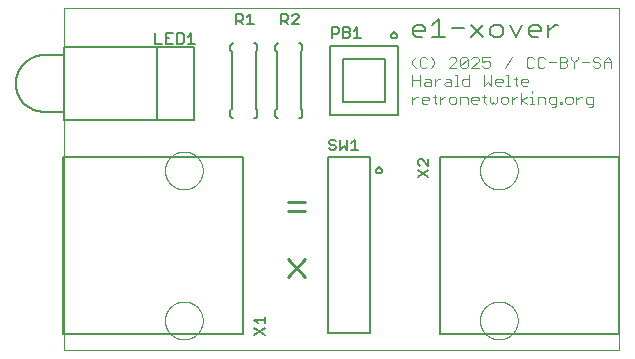
<source format=gto>
G75*
%MOIN*%
%OFA0B0*%
%FSLAX25Y25*%
%IPPOS*%
%LPD*%
%AMOC8*
5,1,8,0,0,1.08239X$1,22.5*
%
%ADD10C,0.00000*%
%ADD11C,0.01100*%
%ADD12C,0.00800*%
%ADD13C,0.00400*%
%ADD14C,0.00500*%
%ADD15C,0.00600*%
D10*
X0017242Y0036778D02*
X0017242Y0150952D01*
X0202281Y0150952D01*
X0202281Y0036778D01*
X0017242Y0036778D01*
X0050943Y0046778D02*
X0050945Y0046936D01*
X0050951Y0047094D01*
X0050961Y0047252D01*
X0050975Y0047410D01*
X0050993Y0047567D01*
X0051014Y0047724D01*
X0051040Y0047880D01*
X0051070Y0048036D01*
X0051103Y0048191D01*
X0051141Y0048344D01*
X0051182Y0048497D01*
X0051227Y0048649D01*
X0051276Y0048800D01*
X0051329Y0048949D01*
X0051385Y0049097D01*
X0051445Y0049243D01*
X0051509Y0049388D01*
X0051577Y0049531D01*
X0051648Y0049673D01*
X0051722Y0049813D01*
X0051800Y0049950D01*
X0051882Y0050086D01*
X0051966Y0050220D01*
X0052055Y0050351D01*
X0052146Y0050480D01*
X0052241Y0050607D01*
X0052338Y0050732D01*
X0052439Y0050854D01*
X0052543Y0050973D01*
X0052650Y0051090D01*
X0052760Y0051204D01*
X0052873Y0051315D01*
X0052988Y0051424D01*
X0053106Y0051529D01*
X0053227Y0051631D01*
X0053350Y0051731D01*
X0053476Y0051827D01*
X0053604Y0051920D01*
X0053734Y0052010D01*
X0053867Y0052096D01*
X0054002Y0052180D01*
X0054138Y0052259D01*
X0054277Y0052336D01*
X0054418Y0052408D01*
X0054560Y0052478D01*
X0054704Y0052543D01*
X0054850Y0052605D01*
X0054997Y0052663D01*
X0055146Y0052718D01*
X0055296Y0052769D01*
X0055447Y0052816D01*
X0055599Y0052859D01*
X0055752Y0052898D01*
X0055907Y0052934D01*
X0056062Y0052965D01*
X0056218Y0052993D01*
X0056374Y0053017D01*
X0056531Y0053037D01*
X0056689Y0053053D01*
X0056846Y0053065D01*
X0057005Y0053073D01*
X0057163Y0053077D01*
X0057321Y0053077D01*
X0057479Y0053073D01*
X0057638Y0053065D01*
X0057795Y0053053D01*
X0057953Y0053037D01*
X0058110Y0053017D01*
X0058266Y0052993D01*
X0058422Y0052965D01*
X0058577Y0052934D01*
X0058732Y0052898D01*
X0058885Y0052859D01*
X0059037Y0052816D01*
X0059188Y0052769D01*
X0059338Y0052718D01*
X0059487Y0052663D01*
X0059634Y0052605D01*
X0059780Y0052543D01*
X0059924Y0052478D01*
X0060066Y0052408D01*
X0060207Y0052336D01*
X0060346Y0052259D01*
X0060482Y0052180D01*
X0060617Y0052096D01*
X0060750Y0052010D01*
X0060880Y0051920D01*
X0061008Y0051827D01*
X0061134Y0051731D01*
X0061257Y0051631D01*
X0061378Y0051529D01*
X0061496Y0051424D01*
X0061611Y0051315D01*
X0061724Y0051204D01*
X0061834Y0051090D01*
X0061941Y0050973D01*
X0062045Y0050854D01*
X0062146Y0050732D01*
X0062243Y0050607D01*
X0062338Y0050480D01*
X0062429Y0050351D01*
X0062518Y0050220D01*
X0062602Y0050086D01*
X0062684Y0049950D01*
X0062762Y0049813D01*
X0062836Y0049673D01*
X0062907Y0049531D01*
X0062975Y0049388D01*
X0063039Y0049243D01*
X0063099Y0049097D01*
X0063155Y0048949D01*
X0063208Y0048800D01*
X0063257Y0048649D01*
X0063302Y0048497D01*
X0063343Y0048344D01*
X0063381Y0048191D01*
X0063414Y0048036D01*
X0063444Y0047880D01*
X0063470Y0047724D01*
X0063491Y0047567D01*
X0063509Y0047410D01*
X0063523Y0047252D01*
X0063533Y0047094D01*
X0063539Y0046936D01*
X0063541Y0046778D01*
X0063539Y0046620D01*
X0063533Y0046462D01*
X0063523Y0046304D01*
X0063509Y0046146D01*
X0063491Y0045989D01*
X0063470Y0045832D01*
X0063444Y0045676D01*
X0063414Y0045520D01*
X0063381Y0045365D01*
X0063343Y0045212D01*
X0063302Y0045059D01*
X0063257Y0044907D01*
X0063208Y0044756D01*
X0063155Y0044607D01*
X0063099Y0044459D01*
X0063039Y0044313D01*
X0062975Y0044168D01*
X0062907Y0044025D01*
X0062836Y0043883D01*
X0062762Y0043743D01*
X0062684Y0043606D01*
X0062602Y0043470D01*
X0062518Y0043336D01*
X0062429Y0043205D01*
X0062338Y0043076D01*
X0062243Y0042949D01*
X0062146Y0042824D01*
X0062045Y0042702D01*
X0061941Y0042583D01*
X0061834Y0042466D01*
X0061724Y0042352D01*
X0061611Y0042241D01*
X0061496Y0042132D01*
X0061378Y0042027D01*
X0061257Y0041925D01*
X0061134Y0041825D01*
X0061008Y0041729D01*
X0060880Y0041636D01*
X0060750Y0041546D01*
X0060617Y0041460D01*
X0060482Y0041376D01*
X0060346Y0041297D01*
X0060207Y0041220D01*
X0060066Y0041148D01*
X0059924Y0041078D01*
X0059780Y0041013D01*
X0059634Y0040951D01*
X0059487Y0040893D01*
X0059338Y0040838D01*
X0059188Y0040787D01*
X0059037Y0040740D01*
X0058885Y0040697D01*
X0058732Y0040658D01*
X0058577Y0040622D01*
X0058422Y0040591D01*
X0058266Y0040563D01*
X0058110Y0040539D01*
X0057953Y0040519D01*
X0057795Y0040503D01*
X0057638Y0040491D01*
X0057479Y0040483D01*
X0057321Y0040479D01*
X0057163Y0040479D01*
X0057005Y0040483D01*
X0056846Y0040491D01*
X0056689Y0040503D01*
X0056531Y0040519D01*
X0056374Y0040539D01*
X0056218Y0040563D01*
X0056062Y0040591D01*
X0055907Y0040622D01*
X0055752Y0040658D01*
X0055599Y0040697D01*
X0055447Y0040740D01*
X0055296Y0040787D01*
X0055146Y0040838D01*
X0054997Y0040893D01*
X0054850Y0040951D01*
X0054704Y0041013D01*
X0054560Y0041078D01*
X0054418Y0041148D01*
X0054277Y0041220D01*
X0054138Y0041297D01*
X0054002Y0041376D01*
X0053867Y0041460D01*
X0053734Y0041546D01*
X0053604Y0041636D01*
X0053476Y0041729D01*
X0053350Y0041825D01*
X0053227Y0041925D01*
X0053106Y0042027D01*
X0052988Y0042132D01*
X0052873Y0042241D01*
X0052760Y0042352D01*
X0052650Y0042466D01*
X0052543Y0042583D01*
X0052439Y0042702D01*
X0052338Y0042824D01*
X0052241Y0042949D01*
X0052146Y0043076D01*
X0052055Y0043205D01*
X0051966Y0043336D01*
X0051882Y0043470D01*
X0051800Y0043606D01*
X0051722Y0043743D01*
X0051648Y0043883D01*
X0051577Y0044025D01*
X0051509Y0044168D01*
X0051445Y0044313D01*
X0051385Y0044459D01*
X0051329Y0044607D01*
X0051276Y0044756D01*
X0051227Y0044907D01*
X0051182Y0045059D01*
X0051141Y0045212D01*
X0051103Y0045365D01*
X0051070Y0045520D01*
X0051040Y0045676D01*
X0051014Y0045832D01*
X0050993Y0045989D01*
X0050975Y0046146D01*
X0050961Y0046304D01*
X0050951Y0046462D01*
X0050945Y0046620D01*
X0050943Y0046778D01*
X0050943Y0096778D02*
X0050945Y0096936D01*
X0050951Y0097094D01*
X0050961Y0097252D01*
X0050975Y0097410D01*
X0050993Y0097567D01*
X0051014Y0097724D01*
X0051040Y0097880D01*
X0051070Y0098036D01*
X0051103Y0098191D01*
X0051141Y0098344D01*
X0051182Y0098497D01*
X0051227Y0098649D01*
X0051276Y0098800D01*
X0051329Y0098949D01*
X0051385Y0099097D01*
X0051445Y0099243D01*
X0051509Y0099388D01*
X0051577Y0099531D01*
X0051648Y0099673D01*
X0051722Y0099813D01*
X0051800Y0099950D01*
X0051882Y0100086D01*
X0051966Y0100220D01*
X0052055Y0100351D01*
X0052146Y0100480D01*
X0052241Y0100607D01*
X0052338Y0100732D01*
X0052439Y0100854D01*
X0052543Y0100973D01*
X0052650Y0101090D01*
X0052760Y0101204D01*
X0052873Y0101315D01*
X0052988Y0101424D01*
X0053106Y0101529D01*
X0053227Y0101631D01*
X0053350Y0101731D01*
X0053476Y0101827D01*
X0053604Y0101920D01*
X0053734Y0102010D01*
X0053867Y0102096D01*
X0054002Y0102180D01*
X0054138Y0102259D01*
X0054277Y0102336D01*
X0054418Y0102408D01*
X0054560Y0102478D01*
X0054704Y0102543D01*
X0054850Y0102605D01*
X0054997Y0102663D01*
X0055146Y0102718D01*
X0055296Y0102769D01*
X0055447Y0102816D01*
X0055599Y0102859D01*
X0055752Y0102898D01*
X0055907Y0102934D01*
X0056062Y0102965D01*
X0056218Y0102993D01*
X0056374Y0103017D01*
X0056531Y0103037D01*
X0056689Y0103053D01*
X0056846Y0103065D01*
X0057005Y0103073D01*
X0057163Y0103077D01*
X0057321Y0103077D01*
X0057479Y0103073D01*
X0057638Y0103065D01*
X0057795Y0103053D01*
X0057953Y0103037D01*
X0058110Y0103017D01*
X0058266Y0102993D01*
X0058422Y0102965D01*
X0058577Y0102934D01*
X0058732Y0102898D01*
X0058885Y0102859D01*
X0059037Y0102816D01*
X0059188Y0102769D01*
X0059338Y0102718D01*
X0059487Y0102663D01*
X0059634Y0102605D01*
X0059780Y0102543D01*
X0059924Y0102478D01*
X0060066Y0102408D01*
X0060207Y0102336D01*
X0060346Y0102259D01*
X0060482Y0102180D01*
X0060617Y0102096D01*
X0060750Y0102010D01*
X0060880Y0101920D01*
X0061008Y0101827D01*
X0061134Y0101731D01*
X0061257Y0101631D01*
X0061378Y0101529D01*
X0061496Y0101424D01*
X0061611Y0101315D01*
X0061724Y0101204D01*
X0061834Y0101090D01*
X0061941Y0100973D01*
X0062045Y0100854D01*
X0062146Y0100732D01*
X0062243Y0100607D01*
X0062338Y0100480D01*
X0062429Y0100351D01*
X0062518Y0100220D01*
X0062602Y0100086D01*
X0062684Y0099950D01*
X0062762Y0099813D01*
X0062836Y0099673D01*
X0062907Y0099531D01*
X0062975Y0099388D01*
X0063039Y0099243D01*
X0063099Y0099097D01*
X0063155Y0098949D01*
X0063208Y0098800D01*
X0063257Y0098649D01*
X0063302Y0098497D01*
X0063343Y0098344D01*
X0063381Y0098191D01*
X0063414Y0098036D01*
X0063444Y0097880D01*
X0063470Y0097724D01*
X0063491Y0097567D01*
X0063509Y0097410D01*
X0063523Y0097252D01*
X0063533Y0097094D01*
X0063539Y0096936D01*
X0063541Y0096778D01*
X0063539Y0096620D01*
X0063533Y0096462D01*
X0063523Y0096304D01*
X0063509Y0096146D01*
X0063491Y0095989D01*
X0063470Y0095832D01*
X0063444Y0095676D01*
X0063414Y0095520D01*
X0063381Y0095365D01*
X0063343Y0095212D01*
X0063302Y0095059D01*
X0063257Y0094907D01*
X0063208Y0094756D01*
X0063155Y0094607D01*
X0063099Y0094459D01*
X0063039Y0094313D01*
X0062975Y0094168D01*
X0062907Y0094025D01*
X0062836Y0093883D01*
X0062762Y0093743D01*
X0062684Y0093606D01*
X0062602Y0093470D01*
X0062518Y0093336D01*
X0062429Y0093205D01*
X0062338Y0093076D01*
X0062243Y0092949D01*
X0062146Y0092824D01*
X0062045Y0092702D01*
X0061941Y0092583D01*
X0061834Y0092466D01*
X0061724Y0092352D01*
X0061611Y0092241D01*
X0061496Y0092132D01*
X0061378Y0092027D01*
X0061257Y0091925D01*
X0061134Y0091825D01*
X0061008Y0091729D01*
X0060880Y0091636D01*
X0060750Y0091546D01*
X0060617Y0091460D01*
X0060482Y0091376D01*
X0060346Y0091297D01*
X0060207Y0091220D01*
X0060066Y0091148D01*
X0059924Y0091078D01*
X0059780Y0091013D01*
X0059634Y0090951D01*
X0059487Y0090893D01*
X0059338Y0090838D01*
X0059188Y0090787D01*
X0059037Y0090740D01*
X0058885Y0090697D01*
X0058732Y0090658D01*
X0058577Y0090622D01*
X0058422Y0090591D01*
X0058266Y0090563D01*
X0058110Y0090539D01*
X0057953Y0090519D01*
X0057795Y0090503D01*
X0057638Y0090491D01*
X0057479Y0090483D01*
X0057321Y0090479D01*
X0057163Y0090479D01*
X0057005Y0090483D01*
X0056846Y0090491D01*
X0056689Y0090503D01*
X0056531Y0090519D01*
X0056374Y0090539D01*
X0056218Y0090563D01*
X0056062Y0090591D01*
X0055907Y0090622D01*
X0055752Y0090658D01*
X0055599Y0090697D01*
X0055447Y0090740D01*
X0055296Y0090787D01*
X0055146Y0090838D01*
X0054997Y0090893D01*
X0054850Y0090951D01*
X0054704Y0091013D01*
X0054560Y0091078D01*
X0054418Y0091148D01*
X0054277Y0091220D01*
X0054138Y0091297D01*
X0054002Y0091376D01*
X0053867Y0091460D01*
X0053734Y0091546D01*
X0053604Y0091636D01*
X0053476Y0091729D01*
X0053350Y0091825D01*
X0053227Y0091925D01*
X0053106Y0092027D01*
X0052988Y0092132D01*
X0052873Y0092241D01*
X0052760Y0092352D01*
X0052650Y0092466D01*
X0052543Y0092583D01*
X0052439Y0092702D01*
X0052338Y0092824D01*
X0052241Y0092949D01*
X0052146Y0093076D01*
X0052055Y0093205D01*
X0051966Y0093336D01*
X0051882Y0093470D01*
X0051800Y0093606D01*
X0051722Y0093743D01*
X0051648Y0093883D01*
X0051577Y0094025D01*
X0051509Y0094168D01*
X0051445Y0094313D01*
X0051385Y0094459D01*
X0051329Y0094607D01*
X0051276Y0094756D01*
X0051227Y0094907D01*
X0051182Y0095059D01*
X0051141Y0095212D01*
X0051103Y0095365D01*
X0051070Y0095520D01*
X0051040Y0095676D01*
X0051014Y0095832D01*
X0050993Y0095989D01*
X0050975Y0096146D01*
X0050961Y0096304D01*
X0050951Y0096462D01*
X0050945Y0096620D01*
X0050943Y0096778D01*
X0155943Y0096778D02*
X0155945Y0096936D01*
X0155951Y0097094D01*
X0155961Y0097252D01*
X0155975Y0097410D01*
X0155993Y0097567D01*
X0156014Y0097724D01*
X0156040Y0097880D01*
X0156070Y0098036D01*
X0156103Y0098191D01*
X0156141Y0098344D01*
X0156182Y0098497D01*
X0156227Y0098649D01*
X0156276Y0098800D01*
X0156329Y0098949D01*
X0156385Y0099097D01*
X0156445Y0099243D01*
X0156509Y0099388D01*
X0156577Y0099531D01*
X0156648Y0099673D01*
X0156722Y0099813D01*
X0156800Y0099950D01*
X0156882Y0100086D01*
X0156966Y0100220D01*
X0157055Y0100351D01*
X0157146Y0100480D01*
X0157241Y0100607D01*
X0157338Y0100732D01*
X0157439Y0100854D01*
X0157543Y0100973D01*
X0157650Y0101090D01*
X0157760Y0101204D01*
X0157873Y0101315D01*
X0157988Y0101424D01*
X0158106Y0101529D01*
X0158227Y0101631D01*
X0158350Y0101731D01*
X0158476Y0101827D01*
X0158604Y0101920D01*
X0158734Y0102010D01*
X0158867Y0102096D01*
X0159002Y0102180D01*
X0159138Y0102259D01*
X0159277Y0102336D01*
X0159418Y0102408D01*
X0159560Y0102478D01*
X0159704Y0102543D01*
X0159850Y0102605D01*
X0159997Y0102663D01*
X0160146Y0102718D01*
X0160296Y0102769D01*
X0160447Y0102816D01*
X0160599Y0102859D01*
X0160752Y0102898D01*
X0160907Y0102934D01*
X0161062Y0102965D01*
X0161218Y0102993D01*
X0161374Y0103017D01*
X0161531Y0103037D01*
X0161689Y0103053D01*
X0161846Y0103065D01*
X0162005Y0103073D01*
X0162163Y0103077D01*
X0162321Y0103077D01*
X0162479Y0103073D01*
X0162638Y0103065D01*
X0162795Y0103053D01*
X0162953Y0103037D01*
X0163110Y0103017D01*
X0163266Y0102993D01*
X0163422Y0102965D01*
X0163577Y0102934D01*
X0163732Y0102898D01*
X0163885Y0102859D01*
X0164037Y0102816D01*
X0164188Y0102769D01*
X0164338Y0102718D01*
X0164487Y0102663D01*
X0164634Y0102605D01*
X0164780Y0102543D01*
X0164924Y0102478D01*
X0165066Y0102408D01*
X0165207Y0102336D01*
X0165346Y0102259D01*
X0165482Y0102180D01*
X0165617Y0102096D01*
X0165750Y0102010D01*
X0165880Y0101920D01*
X0166008Y0101827D01*
X0166134Y0101731D01*
X0166257Y0101631D01*
X0166378Y0101529D01*
X0166496Y0101424D01*
X0166611Y0101315D01*
X0166724Y0101204D01*
X0166834Y0101090D01*
X0166941Y0100973D01*
X0167045Y0100854D01*
X0167146Y0100732D01*
X0167243Y0100607D01*
X0167338Y0100480D01*
X0167429Y0100351D01*
X0167518Y0100220D01*
X0167602Y0100086D01*
X0167684Y0099950D01*
X0167762Y0099813D01*
X0167836Y0099673D01*
X0167907Y0099531D01*
X0167975Y0099388D01*
X0168039Y0099243D01*
X0168099Y0099097D01*
X0168155Y0098949D01*
X0168208Y0098800D01*
X0168257Y0098649D01*
X0168302Y0098497D01*
X0168343Y0098344D01*
X0168381Y0098191D01*
X0168414Y0098036D01*
X0168444Y0097880D01*
X0168470Y0097724D01*
X0168491Y0097567D01*
X0168509Y0097410D01*
X0168523Y0097252D01*
X0168533Y0097094D01*
X0168539Y0096936D01*
X0168541Y0096778D01*
X0168539Y0096620D01*
X0168533Y0096462D01*
X0168523Y0096304D01*
X0168509Y0096146D01*
X0168491Y0095989D01*
X0168470Y0095832D01*
X0168444Y0095676D01*
X0168414Y0095520D01*
X0168381Y0095365D01*
X0168343Y0095212D01*
X0168302Y0095059D01*
X0168257Y0094907D01*
X0168208Y0094756D01*
X0168155Y0094607D01*
X0168099Y0094459D01*
X0168039Y0094313D01*
X0167975Y0094168D01*
X0167907Y0094025D01*
X0167836Y0093883D01*
X0167762Y0093743D01*
X0167684Y0093606D01*
X0167602Y0093470D01*
X0167518Y0093336D01*
X0167429Y0093205D01*
X0167338Y0093076D01*
X0167243Y0092949D01*
X0167146Y0092824D01*
X0167045Y0092702D01*
X0166941Y0092583D01*
X0166834Y0092466D01*
X0166724Y0092352D01*
X0166611Y0092241D01*
X0166496Y0092132D01*
X0166378Y0092027D01*
X0166257Y0091925D01*
X0166134Y0091825D01*
X0166008Y0091729D01*
X0165880Y0091636D01*
X0165750Y0091546D01*
X0165617Y0091460D01*
X0165482Y0091376D01*
X0165346Y0091297D01*
X0165207Y0091220D01*
X0165066Y0091148D01*
X0164924Y0091078D01*
X0164780Y0091013D01*
X0164634Y0090951D01*
X0164487Y0090893D01*
X0164338Y0090838D01*
X0164188Y0090787D01*
X0164037Y0090740D01*
X0163885Y0090697D01*
X0163732Y0090658D01*
X0163577Y0090622D01*
X0163422Y0090591D01*
X0163266Y0090563D01*
X0163110Y0090539D01*
X0162953Y0090519D01*
X0162795Y0090503D01*
X0162638Y0090491D01*
X0162479Y0090483D01*
X0162321Y0090479D01*
X0162163Y0090479D01*
X0162005Y0090483D01*
X0161846Y0090491D01*
X0161689Y0090503D01*
X0161531Y0090519D01*
X0161374Y0090539D01*
X0161218Y0090563D01*
X0161062Y0090591D01*
X0160907Y0090622D01*
X0160752Y0090658D01*
X0160599Y0090697D01*
X0160447Y0090740D01*
X0160296Y0090787D01*
X0160146Y0090838D01*
X0159997Y0090893D01*
X0159850Y0090951D01*
X0159704Y0091013D01*
X0159560Y0091078D01*
X0159418Y0091148D01*
X0159277Y0091220D01*
X0159138Y0091297D01*
X0159002Y0091376D01*
X0158867Y0091460D01*
X0158734Y0091546D01*
X0158604Y0091636D01*
X0158476Y0091729D01*
X0158350Y0091825D01*
X0158227Y0091925D01*
X0158106Y0092027D01*
X0157988Y0092132D01*
X0157873Y0092241D01*
X0157760Y0092352D01*
X0157650Y0092466D01*
X0157543Y0092583D01*
X0157439Y0092702D01*
X0157338Y0092824D01*
X0157241Y0092949D01*
X0157146Y0093076D01*
X0157055Y0093205D01*
X0156966Y0093336D01*
X0156882Y0093470D01*
X0156800Y0093606D01*
X0156722Y0093743D01*
X0156648Y0093883D01*
X0156577Y0094025D01*
X0156509Y0094168D01*
X0156445Y0094313D01*
X0156385Y0094459D01*
X0156329Y0094607D01*
X0156276Y0094756D01*
X0156227Y0094907D01*
X0156182Y0095059D01*
X0156141Y0095212D01*
X0156103Y0095365D01*
X0156070Y0095520D01*
X0156040Y0095676D01*
X0156014Y0095832D01*
X0155993Y0095989D01*
X0155975Y0096146D01*
X0155961Y0096304D01*
X0155951Y0096462D01*
X0155945Y0096620D01*
X0155943Y0096778D01*
X0155943Y0046778D02*
X0155945Y0046936D01*
X0155951Y0047094D01*
X0155961Y0047252D01*
X0155975Y0047410D01*
X0155993Y0047567D01*
X0156014Y0047724D01*
X0156040Y0047880D01*
X0156070Y0048036D01*
X0156103Y0048191D01*
X0156141Y0048344D01*
X0156182Y0048497D01*
X0156227Y0048649D01*
X0156276Y0048800D01*
X0156329Y0048949D01*
X0156385Y0049097D01*
X0156445Y0049243D01*
X0156509Y0049388D01*
X0156577Y0049531D01*
X0156648Y0049673D01*
X0156722Y0049813D01*
X0156800Y0049950D01*
X0156882Y0050086D01*
X0156966Y0050220D01*
X0157055Y0050351D01*
X0157146Y0050480D01*
X0157241Y0050607D01*
X0157338Y0050732D01*
X0157439Y0050854D01*
X0157543Y0050973D01*
X0157650Y0051090D01*
X0157760Y0051204D01*
X0157873Y0051315D01*
X0157988Y0051424D01*
X0158106Y0051529D01*
X0158227Y0051631D01*
X0158350Y0051731D01*
X0158476Y0051827D01*
X0158604Y0051920D01*
X0158734Y0052010D01*
X0158867Y0052096D01*
X0159002Y0052180D01*
X0159138Y0052259D01*
X0159277Y0052336D01*
X0159418Y0052408D01*
X0159560Y0052478D01*
X0159704Y0052543D01*
X0159850Y0052605D01*
X0159997Y0052663D01*
X0160146Y0052718D01*
X0160296Y0052769D01*
X0160447Y0052816D01*
X0160599Y0052859D01*
X0160752Y0052898D01*
X0160907Y0052934D01*
X0161062Y0052965D01*
X0161218Y0052993D01*
X0161374Y0053017D01*
X0161531Y0053037D01*
X0161689Y0053053D01*
X0161846Y0053065D01*
X0162005Y0053073D01*
X0162163Y0053077D01*
X0162321Y0053077D01*
X0162479Y0053073D01*
X0162638Y0053065D01*
X0162795Y0053053D01*
X0162953Y0053037D01*
X0163110Y0053017D01*
X0163266Y0052993D01*
X0163422Y0052965D01*
X0163577Y0052934D01*
X0163732Y0052898D01*
X0163885Y0052859D01*
X0164037Y0052816D01*
X0164188Y0052769D01*
X0164338Y0052718D01*
X0164487Y0052663D01*
X0164634Y0052605D01*
X0164780Y0052543D01*
X0164924Y0052478D01*
X0165066Y0052408D01*
X0165207Y0052336D01*
X0165346Y0052259D01*
X0165482Y0052180D01*
X0165617Y0052096D01*
X0165750Y0052010D01*
X0165880Y0051920D01*
X0166008Y0051827D01*
X0166134Y0051731D01*
X0166257Y0051631D01*
X0166378Y0051529D01*
X0166496Y0051424D01*
X0166611Y0051315D01*
X0166724Y0051204D01*
X0166834Y0051090D01*
X0166941Y0050973D01*
X0167045Y0050854D01*
X0167146Y0050732D01*
X0167243Y0050607D01*
X0167338Y0050480D01*
X0167429Y0050351D01*
X0167518Y0050220D01*
X0167602Y0050086D01*
X0167684Y0049950D01*
X0167762Y0049813D01*
X0167836Y0049673D01*
X0167907Y0049531D01*
X0167975Y0049388D01*
X0168039Y0049243D01*
X0168099Y0049097D01*
X0168155Y0048949D01*
X0168208Y0048800D01*
X0168257Y0048649D01*
X0168302Y0048497D01*
X0168343Y0048344D01*
X0168381Y0048191D01*
X0168414Y0048036D01*
X0168444Y0047880D01*
X0168470Y0047724D01*
X0168491Y0047567D01*
X0168509Y0047410D01*
X0168523Y0047252D01*
X0168533Y0047094D01*
X0168539Y0046936D01*
X0168541Y0046778D01*
X0168539Y0046620D01*
X0168533Y0046462D01*
X0168523Y0046304D01*
X0168509Y0046146D01*
X0168491Y0045989D01*
X0168470Y0045832D01*
X0168444Y0045676D01*
X0168414Y0045520D01*
X0168381Y0045365D01*
X0168343Y0045212D01*
X0168302Y0045059D01*
X0168257Y0044907D01*
X0168208Y0044756D01*
X0168155Y0044607D01*
X0168099Y0044459D01*
X0168039Y0044313D01*
X0167975Y0044168D01*
X0167907Y0044025D01*
X0167836Y0043883D01*
X0167762Y0043743D01*
X0167684Y0043606D01*
X0167602Y0043470D01*
X0167518Y0043336D01*
X0167429Y0043205D01*
X0167338Y0043076D01*
X0167243Y0042949D01*
X0167146Y0042824D01*
X0167045Y0042702D01*
X0166941Y0042583D01*
X0166834Y0042466D01*
X0166724Y0042352D01*
X0166611Y0042241D01*
X0166496Y0042132D01*
X0166378Y0042027D01*
X0166257Y0041925D01*
X0166134Y0041825D01*
X0166008Y0041729D01*
X0165880Y0041636D01*
X0165750Y0041546D01*
X0165617Y0041460D01*
X0165482Y0041376D01*
X0165346Y0041297D01*
X0165207Y0041220D01*
X0165066Y0041148D01*
X0164924Y0041078D01*
X0164780Y0041013D01*
X0164634Y0040951D01*
X0164487Y0040893D01*
X0164338Y0040838D01*
X0164188Y0040787D01*
X0164037Y0040740D01*
X0163885Y0040697D01*
X0163732Y0040658D01*
X0163577Y0040622D01*
X0163422Y0040591D01*
X0163266Y0040563D01*
X0163110Y0040539D01*
X0162953Y0040519D01*
X0162795Y0040503D01*
X0162638Y0040491D01*
X0162479Y0040483D01*
X0162321Y0040479D01*
X0162163Y0040479D01*
X0162005Y0040483D01*
X0161846Y0040491D01*
X0161689Y0040503D01*
X0161531Y0040519D01*
X0161374Y0040539D01*
X0161218Y0040563D01*
X0161062Y0040591D01*
X0160907Y0040622D01*
X0160752Y0040658D01*
X0160599Y0040697D01*
X0160447Y0040740D01*
X0160296Y0040787D01*
X0160146Y0040838D01*
X0159997Y0040893D01*
X0159850Y0040951D01*
X0159704Y0041013D01*
X0159560Y0041078D01*
X0159418Y0041148D01*
X0159277Y0041220D01*
X0159138Y0041297D01*
X0159002Y0041376D01*
X0158867Y0041460D01*
X0158734Y0041546D01*
X0158604Y0041636D01*
X0158476Y0041729D01*
X0158350Y0041825D01*
X0158227Y0041925D01*
X0158106Y0042027D01*
X0157988Y0042132D01*
X0157873Y0042241D01*
X0157760Y0042352D01*
X0157650Y0042466D01*
X0157543Y0042583D01*
X0157439Y0042702D01*
X0157338Y0042824D01*
X0157241Y0042949D01*
X0157146Y0043076D01*
X0157055Y0043205D01*
X0156966Y0043336D01*
X0156882Y0043470D01*
X0156800Y0043606D01*
X0156722Y0043743D01*
X0156648Y0043883D01*
X0156577Y0044025D01*
X0156509Y0044168D01*
X0156445Y0044313D01*
X0156385Y0044459D01*
X0156329Y0044607D01*
X0156276Y0044756D01*
X0156227Y0044907D01*
X0156182Y0045059D01*
X0156141Y0045212D01*
X0156103Y0045365D01*
X0156070Y0045520D01*
X0156040Y0045676D01*
X0156014Y0045832D01*
X0155993Y0045989D01*
X0155975Y0046146D01*
X0155961Y0046304D01*
X0155951Y0046462D01*
X0155945Y0046620D01*
X0155943Y0046778D01*
D11*
X0097731Y0061328D02*
X0091792Y0067267D01*
X0091792Y0061328D02*
X0097731Y0067267D01*
X0097731Y0083298D02*
X0091792Y0083298D01*
X0091792Y0086267D02*
X0097731Y0086267D01*
D12*
X0134676Y0141178D02*
X0133642Y0142213D01*
X0133642Y0144281D01*
X0134676Y0145315D01*
X0136745Y0145315D01*
X0137779Y0144281D01*
X0137779Y0143247D01*
X0133642Y0143247D01*
X0134676Y0141178D02*
X0136745Y0141178D01*
X0140088Y0141178D02*
X0144224Y0141178D01*
X0142156Y0141178D02*
X0142156Y0147384D01*
X0140088Y0145315D01*
X0146533Y0144281D02*
X0150670Y0144281D01*
X0152979Y0145315D02*
X0157115Y0141178D01*
X0159424Y0142213D02*
X0160458Y0141178D01*
X0162527Y0141178D01*
X0163561Y0142213D01*
X0163561Y0144281D01*
X0162527Y0145315D01*
X0160458Y0145315D01*
X0159424Y0144281D01*
X0159424Y0142213D01*
X0157115Y0145315D02*
X0152979Y0141178D01*
X0165870Y0145315D02*
X0167938Y0141178D01*
X0170006Y0145315D01*
X0172315Y0144281D02*
X0173349Y0145315D01*
X0175418Y0145315D01*
X0176452Y0144281D01*
X0176452Y0143247D01*
X0172315Y0143247D01*
X0172315Y0142213D02*
X0172315Y0144281D01*
X0172315Y0142213D02*
X0173349Y0141178D01*
X0175418Y0141178D01*
X0178761Y0141178D02*
X0178761Y0145315D01*
X0178761Y0143247D02*
X0180829Y0145315D01*
X0181863Y0145315D01*
D13*
X0182551Y0134581D02*
X0184352Y0134581D01*
X0184953Y0133981D01*
X0184953Y0133380D01*
X0184352Y0132780D01*
X0182551Y0132780D01*
X0181270Y0132780D02*
X0178868Y0132780D01*
X0177586Y0133981D02*
X0176986Y0134581D01*
X0175785Y0134581D01*
X0175184Y0133981D01*
X0175184Y0131579D01*
X0175785Y0130978D01*
X0176986Y0130978D01*
X0177586Y0131579D01*
X0173903Y0131579D02*
X0173303Y0130978D01*
X0172102Y0130978D01*
X0171501Y0131579D01*
X0171501Y0133981D01*
X0172102Y0134581D01*
X0173303Y0134581D01*
X0173903Y0133981D01*
X0166537Y0134581D02*
X0164135Y0130978D01*
X0164749Y0128581D02*
X0165349Y0128581D01*
X0165349Y0124978D01*
X0164749Y0124978D02*
X0165950Y0124978D01*
X0167805Y0125579D02*
X0168405Y0124978D01*
X0167805Y0125579D02*
X0167805Y0127981D01*
X0167204Y0127380D02*
X0168405Y0127380D01*
X0169660Y0126780D02*
X0169660Y0125579D01*
X0170260Y0124978D01*
X0171461Y0124978D01*
X0172062Y0126179D02*
X0169660Y0126179D01*
X0169660Y0126780D02*
X0170260Y0127380D01*
X0171461Y0127380D01*
X0172062Y0126780D01*
X0172062Y0126179D01*
X0173329Y0123182D02*
X0173329Y0122581D01*
X0173329Y0121380D02*
X0172729Y0121380D01*
X0173329Y0121380D02*
X0173329Y0118978D01*
X0172729Y0118978D02*
X0173930Y0118978D01*
X0175184Y0118978D02*
X0175184Y0121380D01*
X0176986Y0121380D01*
X0177586Y0120780D01*
X0177586Y0118978D01*
X0178868Y0119579D02*
X0179468Y0118978D01*
X0181270Y0118978D01*
X0181270Y0118378D02*
X0180669Y0117777D01*
X0180069Y0117777D01*
X0181270Y0118378D02*
X0181270Y0121380D01*
X0179468Y0121380D01*
X0178868Y0120780D01*
X0178868Y0119579D01*
X0182551Y0119579D02*
X0183151Y0119579D01*
X0183151Y0118978D01*
X0182551Y0118978D01*
X0182551Y0119579D01*
X0184392Y0119579D02*
X0184392Y0120780D01*
X0184993Y0121380D01*
X0186194Y0121380D01*
X0186794Y0120780D01*
X0186794Y0119579D01*
X0186194Y0118978D01*
X0184993Y0118978D01*
X0184392Y0119579D01*
X0188075Y0120179D02*
X0189276Y0121380D01*
X0189877Y0121380D01*
X0191145Y0120780D02*
X0191145Y0119579D01*
X0191745Y0118978D01*
X0193547Y0118978D01*
X0193547Y0118378D02*
X0192946Y0117777D01*
X0192346Y0117777D01*
X0193547Y0118378D02*
X0193547Y0121380D01*
X0191745Y0121380D01*
X0191145Y0120780D01*
X0188075Y0121380D02*
X0188075Y0118978D01*
X0187435Y0130978D02*
X0187435Y0132780D01*
X0188636Y0133981D01*
X0188636Y0134581D01*
X0187435Y0132780D02*
X0186234Y0133981D01*
X0186234Y0134581D01*
X0184352Y0132780D02*
X0184953Y0132179D01*
X0184953Y0131579D01*
X0184352Y0130978D01*
X0182551Y0130978D01*
X0182551Y0134581D01*
X0189917Y0132780D02*
X0192319Y0132780D01*
X0193600Y0133380D02*
X0193600Y0133981D01*
X0194201Y0134581D01*
X0195402Y0134581D01*
X0196002Y0133981D01*
X0195402Y0132780D02*
X0196002Y0132179D01*
X0196002Y0131579D01*
X0195402Y0130978D01*
X0194201Y0130978D01*
X0193600Y0131579D01*
X0194201Y0132780D02*
X0195402Y0132780D01*
X0194201Y0132780D02*
X0193600Y0133380D01*
X0197283Y0133380D02*
X0197283Y0130978D01*
X0197283Y0132780D02*
X0199685Y0132780D01*
X0199685Y0133380D02*
X0199685Y0130978D01*
X0199685Y0133380D02*
X0198484Y0134581D01*
X0197283Y0133380D01*
X0171461Y0121380D02*
X0169660Y0120179D01*
X0171461Y0118978D01*
X0169660Y0118978D02*
X0169660Y0122581D01*
X0168392Y0121380D02*
X0167791Y0121380D01*
X0166590Y0120179D01*
X0166590Y0118978D02*
X0166590Y0121380D01*
X0165309Y0120780D02*
X0164709Y0121380D01*
X0163508Y0121380D01*
X0162907Y0120780D01*
X0162907Y0119579D01*
X0163508Y0118978D01*
X0164709Y0118978D01*
X0165309Y0119579D01*
X0165309Y0120780D01*
X0161626Y0121380D02*
X0161626Y0119579D01*
X0161026Y0118978D01*
X0160425Y0119579D01*
X0159825Y0118978D01*
X0159224Y0119579D01*
X0159224Y0121380D01*
X0157970Y0121380D02*
X0156769Y0121380D01*
X0157369Y0121981D02*
X0157369Y0119579D01*
X0157970Y0118978D01*
X0155488Y0120179D02*
X0153086Y0120179D01*
X0153086Y0119579D02*
X0153086Y0120780D01*
X0153686Y0121380D01*
X0154887Y0121380D01*
X0155488Y0120780D01*
X0155488Y0120179D01*
X0154887Y0118978D02*
X0153686Y0118978D01*
X0153086Y0119579D01*
X0151804Y0118978D02*
X0151804Y0120780D01*
X0151204Y0121380D01*
X0149402Y0121380D01*
X0149402Y0118978D01*
X0148121Y0119579D02*
X0148121Y0120780D01*
X0147521Y0121380D01*
X0146320Y0121380D01*
X0145719Y0120780D01*
X0145719Y0119579D01*
X0146320Y0118978D01*
X0147521Y0118978D01*
X0148121Y0119579D01*
X0144452Y0121380D02*
X0143851Y0121380D01*
X0142650Y0120179D01*
X0142650Y0118978D02*
X0142650Y0121380D01*
X0141396Y0121380D02*
X0140195Y0121380D01*
X0140795Y0121981D02*
X0140795Y0119579D01*
X0141396Y0118978D01*
X0138913Y0120179D02*
X0136511Y0120179D01*
X0136511Y0119579D02*
X0136511Y0120780D01*
X0137112Y0121380D01*
X0138313Y0121380D01*
X0138913Y0120780D01*
X0138913Y0120179D01*
X0138313Y0118978D02*
X0137112Y0118978D01*
X0136511Y0119579D01*
X0135244Y0121380D02*
X0134643Y0121380D01*
X0133442Y0120179D01*
X0133442Y0118978D02*
X0133442Y0121380D01*
X0133442Y0124978D02*
X0133442Y0128581D01*
X0133442Y0126780D02*
X0135844Y0126780D01*
X0137125Y0125579D02*
X0137726Y0126179D01*
X0139527Y0126179D01*
X0139527Y0126780D02*
X0139527Y0124978D01*
X0137726Y0124978D01*
X0137125Y0125579D01*
X0135844Y0124978D02*
X0135844Y0128581D01*
X0137726Y0127380D02*
X0138927Y0127380D01*
X0139527Y0126780D01*
X0140808Y0127380D02*
X0140808Y0124978D01*
X0140808Y0126179D02*
X0142009Y0127380D01*
X0142610Y0127380D01*
X0144478Y0127380D02*
X0145679Y0127380D01*
X0146280Y0126780D01*
X0146280Y0124978D01*
X0144478Y0124978D01*
X0143878Y0125579D01*
X0144478Y0126179D01*
X0146280Y0126179D01*
X0147561Y0124978D02*
X0148762Y0124978D01*
X0148161Y0124978D02*
X0148161Y0128581D01*
X0147561Y0128581D01*
X0150016Y0126780D02*
X0150617Y0127380D01*
X0152418Y0127380D01*
X0152418Y0128581D02*
X0152418Y0124978D01*
X0150617Y0124978D01*
X0150016Y0125579D01*
X0150016Y0126780D01*
X0150003Y0130978D02*
X0149402Y0131579D01*
X0151804Y0133981D01*
X0151804Y0131579D01*
X0151204Y0130978D01*
X0150003Y0130978D01*
X0149402Y0131579D02*
X0149402Y0133981D01*
X0150003Y0134581D01*
X0151204Y0134581D01*
X0151804Y0133981D01*
X0153086Y0133981D02*
X0153686Y0134581D01*
X0154887Y0134581D01*
X0155488Y0133981D01*
X0155488Y0133380D01*
X0153086Y0130978D01*
X0155488Y0130978D01*
X0156769Y0131579D02*
X0157369Y0130978D01*
X0158570Y0130978D01*
X0159171Y0131579D01*
X0159171Y0132780D01*
X0158570Y0133380D01*
X0157970Y0133380D01*
X0156769Y0132780D01*
X0156769Y0134581D01*
X0159171Y0134581D01*
X0159785Y0128581D02*
X0159785Y0124978D01*
X0158584Y0126179D01*
X0157383Y0124978D01*
X0157383Y0128581D01*
X0161066Y0126780D02*
X0161066Y0125579D01*
X0161666Y0124978D01*
X0162867Y0124978D01*
X0163468Y0126179D02*
X0161066Y0126179D01*
X0161066Y0126780D02*
X0161666Y0127380D01*
X0162867Y0127380D01*
X0163468Y0126780D01*
X0163468Y0126179D01*
X0148121Y0130978D02*
X0145719Y0130978D01*
X0148121Y0133380D01*
X0148121Y0133981D01*
X0147521Y0134581D01*
X0146320Y0134581D01*
X0145719Y0133981D01*
X0140782Y0133380D02*
X0140782Y0132179D01*
X0139581Y0130978D01*
X0138300Y0131579D02*
X0137699Y0130978D01*
X0136498Y0130978D01*
X0135898Y0131579D01*
X0135898Y0133981D01*
X0136498Y0134581D01*
X0137699Y0134581D01*
X0138300Y0133981D01*
X0139581Y0134581D02*
X0140782Y0133380D01*
X0134643Y0134581D02*
X0133442Y0133380D01*
X0133442Y0132179D01*
X0134643Y0130978D01*
D14*
X0128659Y0138196D02*
X0128659Y0115361D01*
X0105825Y0115361D01*
X0105825Y0138196D01*
X0128659Y0138196D01*
X0124329Y0133865D02*
X0124329Y0119692D01*
X0110156Y0119692D01*
X0110156Y0133865D01*
X0124329Y0133865D01*
X0126242Y0141778D02*
X0126244Y0141841D01*
X0126250Y0141903D01*
X0126260Y0141965D01*
X0126273Y0142027D01*
X0126291Y0142087D01*
X0126312Y0142146D01*
X0126337Y0142204D01*
X0126366Y0142260D01*
X0126398Y0142314D01*
X0126433Y0142366D01*
X0126471Y0142415D01*
X0126513Y0142463D01*
X0126557Y0142507D01*
X0126605Y0142549D01*
X0126654Y0142587D01*
X0126706Y0142622D01*
X0126760Y0142654D01*
X0126816Y0142683D01*
X0126874Y0142708D01*
X0126933Y0142729D01*
X0126993Y0142747D01*
X0127055Y0142760D01*
X0127117Y0142770D01*
X0127179Y0142776D01*
X0127242Y0142778D01*
X0127305Y0142776D01*
X0127367Y0142770D01*
X0127429Y0142760D01*
X0127491Y0142747D01*
X0127551Y0142729D01*
X0127610Y0142708D01*
X0127668Y0142683D01*
X0127724Y0142654D01*
X0127778Y0142622D01*
X0127830Y0142587D01*
X0127879Y0142549D01*
X0127927Y0142507D01*
X0127971Y0142463D01*
X0128013Y0142415D01*
X0128051Y0142366D01*
X0128086Y0142314D01*
X0128118Y0142260D01*
X0128147Y0142204D01*
X0128172Y0142146D01*
X0128193Y0142087D01*
X0128211Y0142027D01*
X0128224Y0141965D01*
X0128234Y0141903D01*
X0128240Y0141841D01*
X0128242Y0141778D01*
X0128240Y0141715D01*
X0128234Y0141653D01*
X0128224Y0141591D01*
X0128211Y0141529D01*
X0128193Y0141469D01*
X0128172Y0141410D01*
X0128147Y0141352D01*
X0128118Y0141296D01*
X0128086Y0141242D01*
X0128051Y0141190D01*
X0128013Y0141141D01*
X0127971Y0141093D01*
X0127927Y0141049D01*
X0127879Y0141007D01*
X0127830Y0140969D01*
X0127778Y0140934D01*
X0127724Y0140902D01*
X0127668Y0140873D01*
X0127610Y0140848D01*
X0127551Y0140827D01*
X0127491Y0140809D01*
X0127429Y0140796D01*
X0127367Y0140786D01*
X0127305Y0140780D01*
X0127242Y0140778D01*
X0127179Y0140780D01*
X0127117Y0140786D01*
X0127055Y0140796D01*
X0126993Y0140809D01*
X0126933Y0140827D01*
X0126874Y0140848D01*
X0126816Y0140873D01*
X0126760Y0140902D01*
X0126706Y0140934D01*
X0126654Y0140969D01*
X0126605Y0141007D01*
X0126557Y0141049D01*
X0126513Y0141093D01*
X0126471Y0141141D01*
X0126433Y0141190D01*
X0126398Y0141242D01*
X0126366Y0141296D01*
X0126337Y0141352D01*
X0126312Y0141410D01*
X0126291Y0141469D01*
X0126273Y0141529D01*
X0126260Y0141591D01*
X0126250Y0141653D01*
X0126244Y0141715D01*
X0126242Y0141778D01*
X0119132Y0101109D02*
X0105352Y0101109D01*
X0105352Y0042448D01*
X0119132Y0042448D01*
X0119132Y0101109D01*
X0121242Y0096778D02*
X0121244Y0096841D01*
X0121250Y0096903D01*
X0121260Y0096965D01*
X0121273Y0097027D01*
X0121291Y0097087D01*
X0121312Y0097146D01*
X0121337Y0097204D01*
X0121366Y0097260D01*
X0121398Y0097314D01*
X0121433Y0097366D01*
X0121471Y0097415D01*
X0121513Y0097463D01*
X0121557Y0097507D01*
X0121605Y0097549D01*
X0121654Y0097587D01*
X0121706Y0097622D01*
X0121760Y0097654D01*
X0121816Y0097683D01*
X0121874Y0097708D01*
X0121933Y0097729D01*
X0121993Y0097747D01*
X0122055Y0097760D01*
X0122117Y0097770D01*
X0122179Y0097776D01*
X0122242Y0097778D01*
X0122305Y0097776D01*
X0122367Y0097770D01*
X0122429Y0097760D01*
X0122491Y0097747D01*
X0122551Y0097729D01*
X0122610Y0097708D01*
X0122668Y0097683D01*
X0122724Y0097654D01*
X0122778Y0097622D01*
X0122830Y0097587D01*
X0122879Y0097549D01*
X0122927Y0097507D01*
X0122971Y0097463D01*
X0123013Y0097415D01*
X0123051Y0097366D01*
X0123086Y0097314D01*
X0123118Y0097260D01*
X0123147Y0097204D01*
X0123172Y0097146D01*
X0123193Y0097087D01*
X0123211Y0097027D01*
X0123224Y0096965D01*
X0123234Y0096903D01*
X0123240Y0096841D01*
X0123242Y0096778D01*
X0123240Y0096715D01*
X0123234Y0096653D01*
X0123224Y0096591D01*
X0123211Y0096529D01*
X0123193Y0096469D01*
X0123172Y0096410D01*
X0123147Y0096352D01*
X0123118Y0096296D01*
X0123086Y0096242D01*
X0123051Y0096190D01*
X0123013Y0096141D01*
X0122971Y0096093D01*
X0122927Y0096049D01*
X0122879Y0096007D01*
X0122830Y0095969D01*
X0122778Y0095934D01*
X0122724Y0095902D01*
X0122668Y0095873D01*
X0122610Y0095848D01*
X0122551Y0095827D01*
X0122491Y0095809D01*
X0122429Y0095796D01*
X0122367Y0095786D01*
X0122305Y0095780D01*
X0122242Y0095778D01*
X0122179Y0095780D01*
X0122117Y0095786D01*
X0122055Y0095796D01*
X0121993Y0095809D01*
X0121933Y0095827D01*
X0121874Y0095848D01*
X0121816Y0095873D01*
X0121760Y0095902D01*
X0121706Y0095934D01*
X0121654Y0095969D01*
X0121605Y0096007D01*
X0121557Y0096049D01*
X0121513Y0096093D01*
X0121471Y0096141D01*
X0121433Y0096190D01*
X0121398Y0096242D01*
X0121366Y0096296D01*
X0121337Y0096352D01*
X0121312Y0096410D01*
X0121291Y0096469D01*
X0121273Y0096529D01*
X0121260Y0096591D01*
X0121250Y0096653D01*
X0121244Y0096715D01*
X0121242Y0096778D01*
X0142557Y0101306D02*
X0202400Y0101306D01*
X0202400Y0042251D01*
X0142557Y0042251D01*
X0142557Y0101306D01*
X0076927Y0101306D02*
X0076927Y0042251D01*
X0017085Y0042251D01*
X0017085Y0101306D01*
X0076927Y0101306D01*
X0060502Y0113574D02*
X0060502Y0137983D01*
X0048297Y0137983D01*
X0048297Y0113574D01*
X0060502Y0113574D01*
X0048297Y0113574D02*
X0017195Y0113574D01*
X0017195Y0116330D01*
X0010699Y0116330D01*
X0017195Y0116330D02*
X0017195Y0135227D01*
X0010699Y0135227D01*
X0017195Y0135227D02*
X0017195Y0137983D01*
X0048297Y0137983D01*
X0010699Y0135227D02*
X0010469Y0135224D01*
X0010239Y0135216D01*
X0010009Y0135202D01*
X0009780Y0135182D01*
X0009551Y0135157D01*
X0009323Y0135126D01*
X0009096Y0135090D01*
X0008870Y0135048D01*
X0008645Y0135001D01*
X0008421Y0134948D01*
X0008198Y0134890D01*
X0007977Y0134826D01*
X0007757Y0134757D01*
X0007539Y0134683D01*
X0007324Y0134604D01*
X0007110Y0134519D01*
X0006898Y0134429D01*
X0006688Y0134334D01*
X0006481Y0134233D01*
X0006277Y0134128D01*
X0006074Y0134018D01*
X0005875Y0133903D01*
X0005679Y0133783D01*
X0005485Y0133658D01*
X0005295Y0133529D01*
X0005108Y0133395D01*
X0004924Y0133257D01*
X0004744Y0133114D01*
X0004567Y0132967D01*
X0004394Y0132815D01*
X0004224Y0132660D01*
X0004058Y0132500D01*
X0003897Y0132336D01*
X0003739Y0132169D01*
X0003585Y0131997D01*
X0003436Y0131822D01*
X0003291Y0131644D01*
X0003150Y0131461D01*
X0003014Y0131276D01*
X0002883Y0131087D01*
X0002756Y0130895D01*
X0002633Y0130700D01*
X0002516Y0130502D01*
X0002403Y0130302D01*
X0002296Y0130098D01*
X0002193Y0129893D01*
X0002095Y0129684D01*
X0002003Y0129474D01*
X0001915Y0129261D01*
X0001833Y0129046D01*
X0001756Y0128829D01*
X0001684Y0128610D01*
X0001618Y0128390D01*
X0001557Y0128168D01*
X0001502Y0127945D01*
X0001452Y0127720D01*
X0001407Y0127494D01*
X0001368Y0127268D01*
X0001335Y0127040D01*
X0001307Y0126811D01*
X0001284Y0126582D01*
X0001268Y0126353D01*
X0001256Y0126123D01*
X0001251Y0125893D01*
X0001251Y0125663D01*
X0001256Y0125433D01*
X0001268Y0125203D01*
X0001284Y0124974D01*
X0001307Y0124745D01*
X0001335Y0124516D01*
X0001368Y0124288D01*
X0001407Y0124062D01*
X0001452Y0123836D01*
X0001502Y0123611D01*
X0001557Y0123388D01*
X0001618Y0123166D01*
X0001684Y0122946D01*
X0001756Y0122727D01*
X0001833Y0122510D01*
X0001915Y0122295D01*
X0002003Y0122082D01*
X0002095Y0121872D01*
X0002193Y0121663D01*
X0002296Y0121458D01*
X0002403Y0121254D01*
X0002516Y0121053D01*
X0002633Y0120856D01*
X0002756Y0120661D01*
X0002883Y0120469D01*
X0003014Y0120280D01*
X0003150Y0120095D01*
X0003291Y0119912D01*
X0003436Y0119734D01*
X0003585Y0119559D01*
X0003739Y0119387D01*
X0003897Y0119220D01*
X0004058Y0119056D01*
X0004224Y0118896D01*
X0004394Y0118741D01*
X0004567Y0118589D01*
X0004744Y0118442D01*
X0004924Y0118299D01*
X0005108Y0118161D01*
X0005295Y0118027D01*
X0005485Y0117898D01*
X0005679Y0117773D01*
X0005875Y0117653D01*
X0006074Y0117538D01*
X0006277Y0117428D01*
X0006481Y0117323D01*
X0006688Y0117222D01*
X0006898Y0117127D01*
X0007110Y0117037D01*
X0007324Y0116952D01*
X0007539Y0116873D01*
X0007757Y0116799D01*
X0007977Y0116730D01*
X0008198Y0116666D01*
X0008421Y0116608D01*
X0008645Y0116555D01*
X0008870Y0116508D01*
X0009096Y0116466D01*
X0009323Y0116430D01*
X0009551Y0116399D01*
X0009780Y0116374D01*
X0010009Y0116354D01*
X0010239Y0116340D01*
X0010469Y0116332D01*
X0010699Y0116329D01*
D15*
X0047542Y0139078D02*
X0049811Y0139078D01*
X0051225Y0139078D02*
X0053494Y0139078D01*
X0054908Y0139078D02*
X0056610Y0139078D01*
X0057177Y0139645D01*
X0057177Y0141914D01*
X0056610Y0142481D01*
X0054908Y0142481D01*
X0054908Y0139078D01*
X0052360Y0140780D02*
X0051225Y0140780D01*
X0051225Y0142481D02*
X0051225Y0139078D01*
X0051225Y0142481D02*
X0053494Y0142481D01*
X0058592Y0141347D02*
X0059726Y0142481D01*
X0059726Y0139078D01*
X0058592Y0139078D02*
X0060860Y0139078D01*
X0072742Y0138278D02*
X0072742Y0136778D01*
X0073242Y0136278D01*
X0073242Y0117278D01*
X0072742Y0116778D01*
X0072742Y0115278D01*
X0072744Y0115218D01*
X0072749Y0115157D01*
X0072758Y0115098D01*
X0072771Y0115039D01*
X0072787Y0114980D01*
X0072807Y0114923D01*
X0072830Y0114868D01*
X0072857Y0114813D01*
X0072886Y0114761D01*
X0072919Y0114710D01*
X0072955Y0114661D01*
X0072993Y0114615D01*
X0073035Y0114571D01*
X0073079Y0114529D01*
X0073125Y0114491D01*
X0073174Y0114455D01*
X0073225Y0114422D01*
X0073277Y0114393D01*
X0073332Y0114366D01*
X0073387Y0114343D01*
X0073444Y0114323D01*
X0073503Y0114307D01*
X0073562Y0114294D01*
X0073621Y0114285D01*
X0073682Y0114280D01*
X0073742Y0114278D01*
X0080742Y0114278D02*
X0080802Y0114280D01*
X0080863Y0114285D01*
X0080922Y0114294D01*
X0080981Y0114307D01*
X0081040Y0114323D01*
X0081097Y0114343D01*
X0081152Y0114366D01*
X0081207Y0114393D01*
X0081259Y0114422D01*
X0081310Y0114455D01*
X0081359Y0114491D01*
X0081405Y0114529D01*
X0081449Y0114571D01*
X0081491Y0114615D01*
X0081529Y0114661D01*
X0081565Y0114710D01*
X0081598Y0114761D01*
X0081627Y0114813D01*
X0081654Y0114868D01*
X0081677Y0114923D01*
X0081697Y0114980D01*
X0081713Y0115039D01*
X0081726Y0115098D01*
X0081735Y0115157D01*
X0081740Y0115218D01*
X0081742Y0115278D01*
X0081742Y0116778D01*
X0081242Y0117278D01*
X0081242Y0136278D01*
X0081742Y0136778D01*
X0081742Y0138278D01*
X0081740Y0138338D01*
X0081735Y0138399D01*
X0081726Y0138458D01*
X0081713Y0138517D01*
X0081697Y0138576D01*
X0081677Y0138633D01*
X0081654Y0138688D01*
X0081627Y0138743D01*
X0081598Y0138795D01*
X0081565Y0138846D01*
X0081529Y0138895D01*
X0081491Y0138941D01*
X0081449Y0138985D01*
X0081405Y0139027D01*
X0081359Y0139065D01*
X0081310Y0139101D01*
X0081259Y0139134D01*
X0081207Y0139163D01*
X0081152Y0139190D01*
X0081097Y0139213D01*
X0081040Y0139233D01*
X0080981Y0139249D01*
X0080922Y0139262D01*
X0080863Y0139271D01*
X0080802Y0139276D01*
X0080742Y0139278D01*
X0073742Y0139278D02*
X0073682Y0139276D01*
X0073621Y0139271D01*
X0073562Y0139262D01*
X0073503Y0139249D01*
X0073444Y0139233D01*
X0073387Y0139213D01*
X0073332Y0139190D01*
X0073277Y0139163D01*
X0073225Y0139134D01*
X0073174Y0139101D01*
X0073125Y0139065D01*
X0073079Y0139027D01*
X0073035Y0138985D01*
X0072993Y0138941D01*
X0072955Y0138895D01*
X0072919Y0138846D01*
X0072886Y0138795D01*
X0072857Y0138743D01*
X0072830Y0138688D01*
X0072807Y0138633D01*
X0072787Y0138576D01*
X0072771Y0138517D01*
X0072758Y0138458D01*
X0072749Y0138399D01*
X0072744Y0138338D01*
X0072742Y0138278D01*
X0074542Y0145578D02*
X0074542Y0148981D01*
X0076244Y0148981D01*
X0076811Y0148414D01*
X0076811Y0147280D01*
X0076244Y0146713D01*
X0074542Y0146713D01*
X0075676Y0146713D02*
X0076811Y0145578D01*
X0078225Y0145578D02*
X0080494Y0145578D01*
X0079360Y0145578D02*
X0079360Y0148981D01*
X0078225Y0147847D01*
X0089542Y0148981D02*
X0089542Y0145578D01*
X0089542Y0146713D02*
X0091244Y0146713D01*
X0091811Y0147280D01*
X0091811Y0148414D01*
X0091244Y0148981D01*
X0089542Y0148981D01*
X0090676Y0146713D02*
X0091811Y0145578D01*
X0093225Y0145578D02*
X0095494Y0147847D01*
X0095494Y0148414D01*
X0094927Y0148981D01*
X0093792Y0148981D01*
X0093225Y0148414D01*
X0093225Y0145578D02*
X0095494Y0145578D01*
X0095742Y0139278D02*
X0095802Y0139276D01*
X0095863Y0139271D01*
X0095922Y0139262D01*
X0095981Y0139249D01*
X0096040Y0139233D01*
X0096097Y0139213D01*
X0096152Y0139190D01*
X0096207Y0139163D01*
X0096259Y0139134D01*
X0096310Y0139101D01*
X0096359Y0139065D01*
X0096405Y0139027D01*
X0096449Y0138985D01*
X0096491Y0138941D01*
X0096529Y0138895D01*
X0096565Y0138846D01*
X0096598Y0138795D01*
X0096627Y0138743D01*
X0096654Y0138688D01*
X0096677Y0138633D01*
X0096697Y0138576D01*
X0096713Y0138517D01*
X0096726Y0138458D01*
X0096735Y0138399D01*
X0096740Y0138338D01*
X0096742Y0138278D01*
X0096742Y0136778D01*
X0096242Y0136278D01*
X0096242Y0117278D01*
X0096742Y0116778D01*
X0096742Y0115278D01*
X0096740Y0115218D01*
X0096735Y0115157D01*
X0096726Y0115098D01*
X0096713Y0115039D01*
X0096697Y0114980D01*
X0096677Y0114923D01*
X0096654Y0114868D01*
X0096627Y0114813D01*
X0096598Y0114761D01*
X0096565Y0114710D01*
X0096529Y0114661D01*
X0096491Y0114615D01*
X0096449Y0114571D01*
X0096405Y0114529D01*
X0096359Y0114491D01*
X0096310Y0114455D01*
X0096259Y0114422D01*
X0096207Y0114393D01*
X0096152Y0114366D01*
X0096097Y0114343D01*
X0096040Y0114323D01*
X0095981Y0114307D01*
X0095922Y0114294D01*
X0095863Y0114285D01*
X0095802Y0114280D01*
X0095742Y0114278D01*
X0088742Y0114278D02*
X0088682Y0114280D01*
X0088621Y0114285D01*
X0088562Y0114294D01*
X0088503Y0114307D01*
X0088444Y0114323D01*
X0088387Y0114343D01*
X0088332Y0114366D01*
X0088277Y0114393D01*
X0088225Y0114422D01*
X0088174Y0114455D01*
X0088125Y0114491D01*
X0088079Y0114529D01*
X0088035Y0114571D01*
X0087993Y0114615D01*
X0087955Y0114661D01*
X0087919Y0114710D01*
X0087886Y0114761D01*
X0087857Y0114813D01*
X0087830Y0114868D01*
X0087807Y0114923D01*
X0087787Y0114980D01*
X0087771Y0115039D01*
X0087758Y0115098D01*
X0087749Y0115157D01*
X0087744Y0115218D01*
X0087742Y0115278D01*
X0087742Y0116778D01*
X0088242Y0117278D01*
X0088242Y0136278D01*
X0087742Y0136778D01*
X0087742Y0138278D01*
X0087744Y0138338D01*
X0087749Y0138399D01*
X0087758Y0138458D01*
X0087771Y0138517D01*
X0087787Y0138576D01*
X0087807Y0138633D01*
X0087830Y0138688D01*
X0087857Y0138743D01*
X0087886Y0138795D01*
X0087919Y0138846D01*
X0087955Y0138895D01*
X0087993Y0138941D01*
X0088035Y0138985D01*
X0088079Y0139027D01*
X0088125Y0139065D01*
X0088174Y0139101D01*
X0088225Y0139134D01*
X0088277Y0139163D01*
X0088332Y0139190D01*
X0088387Y0139213D01*
X0088444Y0139233D01*
X0088503Y0139249D01*
X0088562Y0139262D01*
X0088621Y0139271D01*
X0088682Y0139276D01*
X0088742Y0139278D01*
X0106542Y0141078D02*
X0106542Y0144481D01*
X0108244Y0144481D01*
X0108811Y0143914D01*
X0108811Y0142780D01*
X0108244Y0142213D01*
X0106542Y0142213D01*
X0110225Y0142780D02*
X0111927Y0142780D01*
X0112494Y0142213D01*
X0112494Y0141645D01*
X0111927Y0141078D01*
X0110225Y0141078D01*
X0110225Y0144481D01*
X0111927Y0144481D01*
X0112494Y0143914D01*
X0112494Y0143347D01*
X0111927Y0142780D01*
X0113908Y0143347D02*
X0115043Y0144481D01*
X0115043Y0141078D01*
X0116177Y0141078D02*
X0113908Y0141078D01*
X0114169Y0107048D02*
X0114169Y0103645D01*
X0115303Y0103645D02*
X0113034Y0103645D01*
X0111620Y0103645D02*
X0111620Y0107048D01*
X0113034Y0105914D02*
X0114169Y0107048D01*
X0111620Y0103645D02*
X0110486Y0104780D01*
X0109351Y0103645D01*
X0109351Y0107048D01*
X0107937Y0106481D02*
X0107370Y0107048D01*
X0106235Y0107048D01*
X0105668Y0106481D01*
X0105668Y0105914D01*
X0106235Y0105347D01*
X0107370Y0105347D01*
X0107937Y0104780D01*
X0107937Y0104212D01*
X0107370Y0103645D01*
X0106235Y0103645D01*
X0105668Y0104212D01*
X0135354Y0100097D02*
X0135354Y0098962D01*
X0135921Y0098395D01*
X0135354Y0096981D02*
X0138757Y0094712D01*
X0138757Y0096981D02*
X0135354Y0094712D01*
X0138757Y0098395D02*
X0136488Y0100664D01*
X0135921Y0100664D01*
X0135354Y0100097D01*
X0138757Y0100664D02*
X0138757Y0098395D01*
X0084127Y0048030D02*
X0084127Y0045761D01*
X0084127Y0046896D02*
X0080724Y0046896D01*
X0081859Y0045761D01*
X0080724Y0044347D02*
X0084127Y0042078D01*
X0084127Y0044347D02*
X0080724Y0042078D01*
X0047542Y0139078D02*
X0047542Y0142481D01*
M02*

</source>
